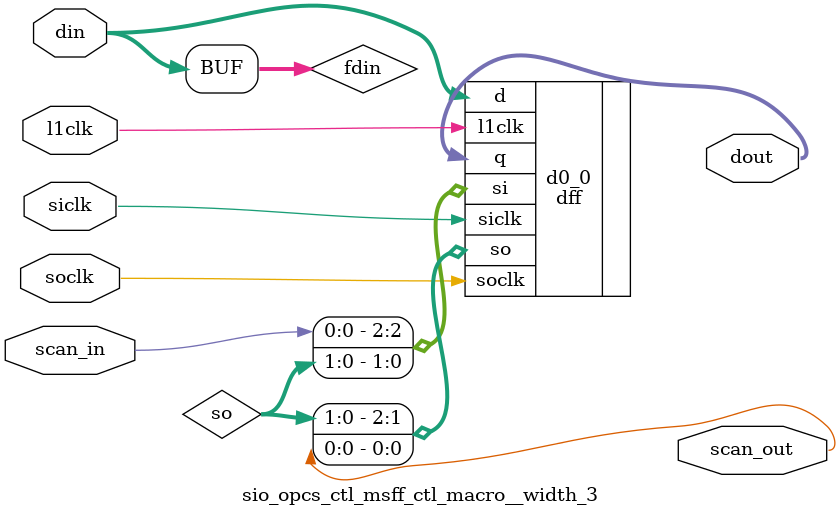
<source format=v>
module sio_opcs_ctl (
  iol2clk, 
  ncu_sio_ctag_cei, 
  ncu_sio_ctag_uei, 
  sibling_is_elder_flag, 
  sibling_ncu_ctag_ue, 
  sibling_ncu_ctag_ce, 
  sibling_ncu_d_pe, 
  opcs_ncu_ctag_ue, 
  opcs_ncu_ctag_ce, 
  opcs_ncu_d_pe, 
  opcs_new_opdhqx1, 
  opcs_new_opdhqx0, 
  opcc_opcs_opddqx0_wr_addr, 
  opcc_opcs_opddqx1_wr_addr, 
  opcc_opcs_opdhqx_wr_addr, 
  opdhqx_dout, 
  parity_result, 
  opcs_packet_flowmode_vld, 
  opcs_packet_ack_in, 
  tcu_scan_en, 
  scan_in, 
  tcu_aclk, 
  tcu_bclk, 
  tcu_pce_ov, 
  tcu_clk_stop, 
  tcu_dbr_gateoff, 
  opcs_opcc_opdhqx_rd_addr, 
  opcs_packet_req, 
  opcs_packet_datareq, 
  opcs_opddqx0_rd_addr, 
  opcs_opddqx1_rd_addr, 
  opcs_opdhqx_rd_addr, 
  opcs_opddqx0_rd_en, 
  opcs_opddqx1_rd_en, 
  opcs_opdhqx_rd_en, 
  opcs_opds_reloadhdr, 
  opcs_opds_selhdr, 
  scan_out);
wire se;
wire siclk;
wire soclk;
wire pce_ov;
wire stop;
wire l1clk;
wire spares_scanin;
wire spares_scanout;
wire sio_ext_hdr_vld_l;
wire arc_start_hdr;
wire arc_start_hdrpayld;
wire arc_data4_hdr;
wire arc_data4_hdrpayld;
wire arc_hdr_hdr;
wire arc_hdr_hdrpayld;
wire sio_ext_hdr_vld_r;
wire sio_ext_datareq_l;
wire [4:0] opcs_opdhqx_rd_addr_l;
wire [4:0] opcs_opdhqx_rd_addr_r;
wire [6:0] opcs_opddqx0_rd_addr_l;
wire [6:0] opcs_opddqx1_rd_addr_l;
wire data_inc;
wire [6:0] opcs_opddqx0_rd_addr_r;
wire hqempty;
wire data_phase_en;
wire [5:0] cmd;
wire opdhq_e_bit;
wire opcs_opds_ue;
wire [5:0] hqctageccout;
wire [15:0] hqtagout;
wire myctag_ue;
wire hdr_cycle;
wire data_cycle;
wire [7:0] cstate;
wire myctag_ce;
wire myd_pe;
wire ncu_ctag_ue_l;
wire ncu_ctag_ce_l;
wire ncu_d_pe_l;
wire [5:0] c;
wire [15:0] id;
wire opdhqx_ue_bit;
wire [4:0] opcs_opcc_opdhqx_rd_addr_l;
wire opdhqx_r_bit;
wire valid;
wire hq_almost_empty;
wire del_hq_almost;
wire pqempty;
wire [6:0] opddqx0_wr_addr;
wire [6:0] opddqx1_wr_addr;
wire [6:0] opcs_opddqx1_rd_addr_r;
wire [4:0] opdhqx_wr_addr;
wire hq_almost_empty_r;
wire arc_data3_data4;
wire go;
wire dq;
wire [2:0] crd_cnt_r;
wire [2:0] crd_cnt_l;
wire [1:0] op;
wire inc;
wire [7:0] nstate;
wire [7:0] cstate_r;
wire valid_r;
wire arc_hdr_no_c;
wire reg_cstate_scanin;
wire reg_cstate_scanout;
wire reg_packet_req_scanin;
wire reg_packet_req_scanout;
wire reg_packet_datareq_scanin;
wire reg_packet_datareq_scanout;
wire reg_opddqx0_rd_addr_scanin;
wire reg_opddqx0_rd_addr_scanout;
wire reg_opddqx1_rd_addr_scanin;
wire reg_opddqx1_rd_addr_scanout;
wire reg_opdhqx_rd_addr_scanin;
wire reg_opdhqx_rd_addr_scanout;
wire reg_opcs_opcc_opdhqx_rd_addr_scanin;
wire reg_opcs_opcc_opdhqx_rd_addr_scanout;
wire reg_crd_cnt_scanin;
wire reg_crd_cnt_scanout;
wire reg_opdhqx_wr_addr_scanin;
wire reg_opdhqx_wr_addr_scanout;
wire reg_opddqx0_wr_addr_scanin;
wire reg_opddqx0_wr_addr_scanout;
wire reg_opddqx1_wr_addr_scanin;
wire reg_opddqx1_wr_addr_scanout;
wire reg_valid_scanin;
wire reg_valid_scanout;
wire reg_opdhqx_ue_bit_scanin;
wire reg_opdhqx_ue_bit_scanout;
wire opdhqx_ue_bit_r;
wire reg_hq_almost_r_scanin;
wire reg_hq_almost_r_scanout;
wire reg_ncu_ctag_ue_scanin;
wire reg_ncu_ctag_ue_scanout;
wire reg_ncu_ctag_ce_scanin;
wire reg_ncu_ctag_ce_scanout;
wire reg_ncu_d_pe_scanin;
wire reg_ncu_d_pe_scanout;


   input          iol2clk; // IO level 2 clock

   // THESE SETS OF SIGNALS ARE FOR RAS -- TO NCU
   input 	  ncu_sio_ctag_cei;
   input 	  ncu_sio_ctag_uei;
   
   // sibling opcs signals used only if sibling_is_elder_flag is FALSE for dmu=0, niu=1
   input 	  sibling_is_elder_flag;
   input 	  sibling_ncu_ctag_ue;     // input from sibling opcs
   input 	  sibling_ncu_ctag_ce;     // input from sibling opcs
   input 	  sibling_ncu_d_pe;        // input from sibling opcs

   output 	  opcs_ncu_ctag_ue;
   output 	  opcs_ncu_ctag_ce;
   output 	  opcs_ncu_d_pe;

   output [63:0]   opcs_new_opdhqx1; // dataq -- valid on 
   output [63:0]   opcs_new_opdhqx0; // dataq -- valid on 

   // THE ABOVE SETS OF SIGNALS ARE FOR RAS -- TO NCU
   input [6:0] 	  opcc_opcs_opddqx0_wr_addr; // dataq -- cmp domain synced, gray-coded + 1 bit
   input [6:0] 	  opcc_opcs_opddqx1_wr_addr; // dataq -- cmp domain synced, gray-coded + 1 bit 
   input [4:0] 	  opcc_opcs_opdhqx_wr_addr; // hdrq -- cmp domain synced, gray-coded + 1 bit 
   input [31:0]	  opdhqx_dout;
   input [7:0]    parity_result;
   input 	  opcs_packet_flowmode_vld; // 1 = flow control mode is active - should be a static signal
   input          opcs_packet_ack_in; // if flowmode_vld=1, if count_vld, this is a release of a credit, otherwise, this means stop

   //TCU related signals
   input 	  tcu_scan_en;
   input 	  scan_in;
   input 	  tcu_aclk;
   input 	  tcu_bclk; 
   input 	  tcu_pce_ov;
   input 	  tcu_clk_stop;
   input 	  tcu_dbr_gateoff;

   output [4:0]   opcs_opcc_opdhqx_rd_addr; 	// hdrq -- io domain, gray-coded + 1 bit, valid on 
   output 	  opcs_packet_req;		// SIO requesting to send packet to IO
   output 	  opcs_packet_datareq;		// SIO requesting to send packet w/data to IO
   output [5:0]   opcs_opddqx0_rd_addr; // dataq -- valid on 
   output [5:0]   opcs_opddqx1_rd_addr; // dataq -- valid on 
   output [3:0]   opcs_opdhqx_rd_addr; // hdrq -- valid on 
   output 	  opcs_opddqx0_rd_en; // dataq -- valid on 
   output 	  opcs_opddqx1_rd_en; // dataq -- valid on 
   output 	  opcs_opdhqx_rd_en; // hdrq -- valid on 
   output 	  opcs_opds_reloadhdr;		// recircular the header
   output 	  opcs_opds_selhdr;		// select header and data
   output 	  scan_out;

   reg [7:0]      nstate_r;
   reg [5:0]	  e;
   reg [5:0]	  p;
   reg [15:0]	  newid;
   reg [5:0]	  new_c;

   ///////////////////////////////////////
   // Scan chain connections            
   ///////////////////////////////////////
   // scan renames
   assign 	  se = tcu_scan_en;
   assign 	  siclk = tcu_aclk;
   assign 	  soclk = tcu_bclk;
   assign 	  pce_ov = tcu_pce_ov;
   assign 	  stop = tcu_clk_stop;
   // end scan

   sio_opcs_ctl_l1clkhdr_ctl_macro clkgen (
			      .l2clk  (iol2clk                  ),
			      .l1en   (1'b1                 ),
			      .l1clk  (l1clk                ),
  .pce_ov(pce_ov),
  .stop(stop),
  .se(se)
			      );
   // Spare gate
   sio_opcs_ctl_spare_ctl_macro__num_2 spares  (
	.scan_in(spares_scanin),
	.scan_out(spares_scanout),
	.l1clk	(l1clk),
  .siclk(siclk),
  .soclk(soclk)
   );

//************************************************************************
// STATE DEFINITION
//************************************************************************

`define         START_ST                8'b00000001
`define         HDR_ST                  8'b00000010
`define         HDR_PAYLD_ST            8'b00000100
`define         DATA1_ST                8'b00001000
`define         DATA2_ST                8'b00010000
`define         DATA3_ST                8'b00100000
`define         DATA4_ST                8'b01000000
`define         NO_C_ST                 8'b10000000

`define         START                   0
`define         HDR                     1
`define         HDR_PAYLD               2
`define         DATA1                   3
`define         DATA2                   4
`define         DATA3                   5
`define         DATA4                   6
`define         NO_C                    7

//************************************************************************
//                              OUTPUT LOGICS
//************************************************************************
assign  sio_ext_hdr_vld_l = arc_start_hdr || arc_start_hdrpayld || arc_data4_hdr ||
			  arc_data4_hdrpayld || arc_hdr_hdr || arc_hdr_hdrpayld  ;	 

assign	opcs_packet_req =  sio_ext_hdr_vld_r & ~tcu_dbr_gateoff;

assign  sio_ext_datareq_l = arc_start_hdrpayld || arc_hdr_hdrpayld || 
                            arc_data4_hdrpayld;

assign  opcs_opdhqx_rd_addr[3:0] = opcs_opdhqx_rd_addr_l[3:0];
assign  opcs_opdhqx_rd_addr_l[4:0] = sio_ext_hdr_vld_l ?

				     (opcs_opdhqx_rd_addr_r[4:0] + 5'h1) :
				      opcs_opdhqx_rd_addr_r[4:0];
				     
assign opcs_opddqx0_rd_addr[5:0] =  opcs_opddqx0_rd_addr_l[5:0];
assign opcs_opddqx1_rd_addr[5:0] =  opcs_opddqx1_rd_addr_l[5:0];

assign  opcs_opddqx0_rd_addr_l[6:0] = data_inc ?
				(opcs_opddqx0_rd_addr_r[6:0] + 7'h01 ) :
				opcs_opddqx0_rd_addr_r[6:0]; 
assign  opcs_opddqx1_rd_addr_l[6:0] = opcs_opddqx0_rd_addr_l[6:0]; 

assign opcs_opdhqx_rd_en  = ~(hqempty);
//assign  opcs_opdhqx_rd_en  = 1'b1; 
//assign  opcs_opdhqx_rd_en  = valid ; 
assign  opcs_opddqx0_rd_en = data_phase_en; 
assign  opcs_opddqx1_rd_en = data_phase_en; 

//assign opcs_new_opdhqx1[63:0] = {2'b00, hqctageccout[5:0], {56{1'b0}}};
//assign opcs_new_opdhqx0[63:0] = {cmd[5:0], {39{1'b0}}, 1'b0, opdhq_e_bit, opcs_opds_ue, hqtagout[15:0]};

assign opcs_new_opdhqx1[63:0] = {2'b00, new_c[5:0], {56{1'b0}}};
assign opcs_new_opdhqx0[63:0] = {cmd[5:0], {39{1'b0}}, 1'b0, opdhq_e_bit, opcs_opds_ue, newid[15:0]};

//assign out_ctag_ue 	= opcs_ncu_ctag_ue; 
//assign out_ctag_ce 	= opcs_ncu_ctag_ce; 
//assign out_d_pe 	= opcs_ncu_d_pe; 

//--------------------------------------------------------
//  New Header generation
//--------------------------------------------------------

assign hqctageccout[5:0] 	= opdhqx_dout[25:20];
assign cmd[5:0] 		= {2'b10, opdhqx_dout[17], 3'b010};
assign hqtagout[15:0] 		= ncu_sio_ctag_cei ? {opdhqx_dout[15:1], ~opdhqx_dout[0]} : 
				  ncu_sio_ctag_uei ? {opdhqx_dout[15:2], ~opdhqx_dout[1], ~opdhqx_dout[0]} :
					opdhqx_dout[15:0];
assign opdhq_e_bit 		= opdhqx_dout[19] || myctag_ue ;

//--------------------------------------------------------
//  			RAS 
//--------------------------------------------------------

assign  hdr_cycle = arc_hdr_hdr ||  arc_start_hdr || arc_start_hdrpayld ||
		    arc_hdr_hdrpayld || arc_data4_hdr || arc_data4_hdrpayld;

assign  data_cycle = cstate[`HDR_PAYLD] || cstate[`DATA1] || cstate[`DATA2] || cstate[`DATA3] ;
		    
assign  myctag_ue = |e[4:0] && (~e[5] || (e[4:0] > 5'd21)) && hdr_cycle && ~opdhqx_dout[19];
assign  myctag_ce = (e[4:0] <= 5'd21) && e[5] && hdr_cycle && ~opdhqx_dout[19] ;
assign  myd_pe = (|parity_result[7:0]) && data_cycle; 

assign  ncu_ctag_ue_l = myctag_ue ||  (sibling_ncu_ctag_ue && ~sibling_is_elder_flag );
assign  ncu_ctag_ce_l = myctag_ce || (sibling_ncu_ctag_ce && ~sibling_is_elder_flag );
assign  ncu_d_pe_l    = myd_pe    || (sibling_ncu_d_pe && ~sibling_is_elder_flag );



//----------------------------------------
// CTAG ERROR CORRECTION AND CHECKING
//----------------------------------------
assign  c[5:0]  = hqctageccout[5:0];
assign id[15:0]	= hqtagout[15:0];

always @ ( id[15:0] or c[5:0] )
  begin

        p[0]    = id[0] ^ id[1] ^ id[3] ^ id[4] ^ id[6] ^ id[8] ^ id[10] ^ id[11] ^id[13] ^ id[15];
        p[1]    = id[0] ^ id[2] ^ id[3] ^ id[5] ^ id[6] ^ id[9] ^ id[10] ^ id[12] ^id[13] ;
        p[2]    = id[1] ^ id[2] ^ id[3] ^ id[7] ^ id[8] ^ id[9] ^ id[10] ^ id[14] ^id[15] ;
        p[3]    = id[4] ^ id[5] ^ id[6] ^ id[7] ^ id[8] ^ id[9] ^ id[10] ;
        p[4]    = id[11] ^ id[12] ^ id[13] ^ id[14] ^ id[15] ;
        p[5]    = id[0] ^ id[1] ^ id[2] ^ id[3] ^ id[4] ^ id[5] ^ id[6] ^ id[7] ^ id[8] ^ id[9] ^
                  id[10] ^ id[11] ^ id[12] ^ id[13] ^ id[14] ^id[15] ^ c[0] ^ c[1] ^ c[2] ^ c[3] ^ c[4];

        e[0]    = p[0] ^ c[0];
        e[1]    = p[1] ^ c[1];
        e[2]    = p[2] ^ c[2];
        e[3]    = p[3] ^ c[3];
        e[4]    = p[4] ^ c[4];
        e[5]    = p[5] ^ c[5];

        new_c[5:0]  = c[5:0];
        newid[15:0] = id[15:0];

     if (e[5])
     begin
     case (e[4:0])              //synopsys parallel_case
        5'b00000        : new_c[5] = ~c[5];
        5'b00001        : new_c[0] = ~c[0];
        5'b00010        : new_c[1] = ~c[1];
        5'b00011        : newid[0] = ~id[0];
        5'b00100        : new_c[2] = ~c[2];
        5'b00101        : newid[1] = ~id[1];
        5'b00110        : newid[2] = ~id[2];
        5'b00111        : newid[3] = ~id[3];
        5'b01000        : new_c[3] = ~c[3];
        5'b01001        : newid[4] = ~id[4];
        5'b01010        : newid[5] = ~id[5];
        5'b01011        : newid[6] = ~id[6];
        5'b01100        : newid[7] = ~id[7];
        5'b01101        : newid[8] = ~id[8];
        5'b01110        : newid[9] = ~id[9];
        5'b01111        : newid[10] = ~id[10];
        5'b10000        : new_c[4] = ~c[4];
        5'b10001        : newid[11] = ~id[11];
        5'b10010        : newid[12] = ~id[12];
        5'b10011        : newid[13] = ~id[13];
        5'b10100        : newid[14] = ~id[14];
        5'b10101        : newid[15] = ~id[15];
        default         : ;
     endcase
     end

  end


assign	opcs_opds_ue 	=  opdhqx_ue_bit;
assign  opcs_opcc_opdhqx_rd_addr_l[4:0] =  opcs_packet_req ? opcs_opdhqx_rd_addr_r[4:0] - 5'h01 
						: opcs_opcc_opdhqx_rd_addr[4:0];
assign  opcs_opds_reloadhdr = 1'b0 ;          		// recircular the header ???
assign  opcs_opds_selhdr= sio_ext_hdr_vld_l;

//************************************************************************
//                      INTERNAL LOCIGS 
//************************************************************************
assign	opdhqx_r_bit		= opdhqx_dout[17];
assign	opdhqx_ue_bit		= opdhqx_dout[16];
assign	valid		   	= ~((hq_almost_empty && del_hq_almost) || hqempty)  &&  ~(opdhqx_r_bit && pqempty );
assign  pqempty 		= (opddqx0_wr_addr[6:2] == opcs_opddqx0_rd_addr_r[6:2]) ||
                           	  (opddqx1_wr_addr[6:2] == opcs_opddqx1_rd_addr_r[6:2]);
assign  hqempty                 = (opdhqx_wr_addr[4:0] == opcs_opdhqx_rd_addr_r[4:0]);
assign  hq_almost_empty		= ((opdhqx_wr_addr[4:0] - opcs_opdhqx_rd_addr_r[4:0]) == 5'b01) ||
				  ((opcs_opdhqx_rd_addr_r[4:0] - opdhqx_wr_addr[4:0]) == 5'b01);
assign  del_hq_almost		= hq_almost_empty_r && ~hqempty && ~hq_almost_empty;

// same cycle as header, since the data memory come out 1 cycle late
assign  data_inc		=  arc_start_hdrpayld || arc_hdr_hdrpayld || 
				  arc_data4_hdrpayld ||			   
//				  (cstate[`NO_C] && go &&  opdhqx_r_bit) ||
				  cstate[`HDR_PAYLD] || cstate[`DATA1] || cstate[`DATA2]; 

assign  data_phase_en		= (cstate[`START] && valid )  ||
				   arc_start_hdrpayld || 
				  (arc_data3_data4 && opdhqx_r_bit)  ||    //rd-rd 
				   cstate[`DATA4] || cstate[`HDR]     ||   //rd-rd, rd_wr_rd, rd_i_rd
				   arc_hdr_hdrpayld ||    		  //rd-wr-rd, rd at previous 1s rd d4
				  (cstate[`NO_C]  &&  opdhqx_r_bit) ||
				  cstate[`HDR_PAYLD] || cstate[`DATA1] ; 

assign  go 		   	= dq || ~crd_cnt_r[2] || ~opcs_packet_flowmode_vld ; 
//assign  almost_not_go 		=  crd_cnt_l[2] && ~dq; 
assign  crd_cnt_l[2:0]	   	= (op[1:0] == 2'b10) ? crd_cnt_r[2:0] + 3'b001 :
			     	  (op[1:0] == 2'b01) && (| crd_cnt_r[2:0])? 
				  (crd_cnt_r[2:0] - 3'b001) :
			     	  crd_cnt_r[2:0];
assign  op[1:0]		   	= {inc,dq};
assign  inc		   	= sio_ext_hdr_vld_l;
assign  dq		   	= opcs_packet_ack_in;


//************************************************************************
//                      STATE TRANSITION SECTION
//************************************************************************
//0in one_hot -var cstate[7:0]
//0in one_hot -var nstate_r[7:0]

assign  nstate[7:0] 		= {nstate_r[7:1], ~nstate_r[0]};
assign  cstate[7:0] 		= {cstate_r[7:1], ~cstate_r[0]};

//valid_r is the slower version of valid, so that is enough time to read data fr.
//memory before transition to various header state
assign  arc_start_hdr           = cstate[`START] && ~opdhqx_r_bit && go && 
				   ~((hq_almost_empty && del_hq_almost)|| hqempty) ; 
assign  arc_start_hdrpayld      = cstate[`START] && opdhqx_r_bit && valid_r && go  ; 
assign  arc_hdr_hdrpayld        = cstate[`HDR]   && opdhqx_r_bit && valid_r && ~pqempty && go ; 
assign  arc_hdr_hdr             = cstate[`HDR]   && ~opdhqx_r_bit && 
				  ~((hq_almost_empty && del_hq_almost) || hqempty)  && go ;
assign  arc_data3_data4         = cstate[`DATA3] ;
assign  arc_data4_hdr           = cstate[`DATA4] && ~opdhqx_r_bit && 
				  ~((hq_almost_empty && del_hq_almost) || hqempty)  && go ; 
assign  arc_data4_hdrpayld      = cstate[`DATA4] && opdhqx_r_bit && valid_r && go;
assign  arc_hdr_no_c		= cstate[`HDR]   && ~go && opdhqx_r_bit && ~hqempty ;

always @ (arc_start_hdr   or    arc_start_hdrpayld      or arc_hdr_hdrpayld     or
          arc_hdr_hdr     or    arc_data4_hdr           or arc_data4_hdrpayld   or 
	  arc_hdr_no_c	  or    cstate)

        begin
        case (1'b1)                     //synopsys parallel_case full_case
                cstate[`START]  : if (arc_start_hdr)
                                        nstate_r = `HDR_ST;
                                  else if (arc_start_hdrpayld)
                                        nstate_r = `HDR_PAYLD_ST;
                                  else
                                        nstate_r = `START_ST;
                cstate[`HDR]    : if (arc_hdr_hdrpayld)
                                        nstate_r = `HDR_PAYLD_ST;
                                  else if (arc_hdr_hdr)
                                        nstate_r = `HDR_ST;
                                  else if (arc_hdr_no_c)
                                        nstate_r = `NO_C_ST;
				  else
                                        nstate_r = `START_ST;
		cstate[`NO_C]   :    	nstate_r = `START_ST;

                cstate[`HDR_PAYLD] : 
                                        nstate_r = `DATA1_ST;
                cstate[`DATA1]  : 
                                        nstate_r = `DATA2_ST;
                                 
                cstate[`DATA2]  : 
                                        nstate_r = `DATA3_ST;
                cstate[`DATA3]  : 
                                        nstate_r = `DATA4_ST;
                cstate[`DATA4]  : if (arc_data4_hdr)
                                        nstate_r = `HDR_ST;
                                  else if (arc_data4_hdrpayld)
                                        nstate_r = `HDR_PAYLD_ST;
                                  else
                                        nstate_r = `START_ST;
                default         : begin
                                  // 0in < fire -message "ERROR : sio_opcs state machine default case"
                                        nstate_r = `START_ST;
                                  end
        endcase
        end

//--------------------------------------------------------------------------------------
//************************************************************************
//                              REGISTERS section
//************************************************************************

sio_opcs_ctl_msff_ctl_macro__width_8 reg_cstate  // ASYNC reset active low
                                (
                                        .scan_in(reg_cstate_scanin),
                                        .scan_out(reg_cstate_scanout),
                                        .dout(cstate_r[7:0]),
                                        .l1clk(l1clk),
                                        .din(nstate[7:0]),
  .siclk(siclk),
  .soclk(soclk)
                                        );

sio_opcs_ctl_msff_ctl_macro__width_1 reg_packet_req  // ASYNC reset active low
                                (
                                        .scan_in(reg_packet_req_scanin),
                                        .scan_out(reg_packet_req_scanout),
                                        .dout(sio_ext_hdr_vld_r),
                                        .l1clk(l1clk),
                                        .din(sio_ext_hdr_vld_l),
  .siclk(siclk),
  .soclk(soclk)
                                        );

sio_opcs_ctl_msff_ctl_macro__width_1 reg_packet_datareq  // ASYNC reset active low
                                (
                                        .scan_in(reg_packet_datareq_scanin),
                                        .scan_out(reg_packet_datareq_scanout),
                                        .dout(opcs_packet_datareq),
                                        .l1clk(l1clk),
                                        .din(sio_ext_datareq_l),
  .siclk(siclk),
  .soclk(soclk)
                                        );

sio_opcs_ctl_msff_ctl_macro__width_7 reg_opddqx0_rd_addr  // ASYNC reset active low
                                (
                                        .scan_in(reg_opddqx0_rd_addr_scanin),
                                        .scan_out(reg_opddqx0_rd_addr_scanout),
                                        .dout(opcs_opddqx0_rd_addr_r[6:0]),
                                        .l1clk(l1clk),
                                        .din(opcs_opddqx0_rd_addr_l[6:0]),
  .siclk(siclk),
  .soclk(soclk)
                                        );

sio_opcs_ctl_msff_ctl_macro__width_7 reg_opddqx1_rd_addr  // ASYNC reset active low
                                (
                                        .scan_in(reg_opddqx1_rd_addr_scanin),
                                        .scan_out(reg_opddqx1_rd_addr_scanout),
                                        .dout(opcs_opddqx1_rd_addr_r[6:0]),
                                        .l1clk(l1clk),
                                        .din(opcs_opddqx1_rd_addr_l[6:0]),
  .siclk(siclk),
  .soclk(soclk)
                                        );

sio_opcs_ctl_msff_ctl_macro__width_5 reg_opdhqx_rd_addr  // ASYNC reset active low
                                (
                                        .scan_in(reg_opdhqx_rd_addr_scanin),
                                        .scan_out(reg_opdhqx_rd_addr_scanout),
                                        .dout(opcs_opdhqx_rd_addr_r[4:0]),
                                        .l1clk(l1clk),
                                        .din(opcs_opdhqx_rd_addr_l[4:0]),
  .siclk(siclk),
  .soclk(soclk)
                                        );

sio_opcs_ctl_msff_ctl_macro__width_5 reg_opcs_opcc_opdhqx_rd_addr  // ASYNC reset active low
                                (
                                        .scan_in(reg_opcs_opcc_opdhqx_rd_addr_scanin),
                                        .scan_out(reg_opcs_opcc_opdhqx_rd_addr_scanout),
                                        .dout(opcs_opcc_opdhqx_rd_addr[4:0]),
                                        .l1clk(l1clk),
                                        .din(opcs_opcc_opdhqx_rd_addr_l[4:0]),
  .siclk(siclk),
  .soclk(soclk)
                                        );

//msff_ctl_macro reg_opddqx0_rd_en (width=1) // ASYNC reset active low
//                                (
//                                        .scan_in(reg_opddqx0_rd_en_scanin),
//                                        .scan_out(reg_opddqx0_rd_en_scanout),
//                                        .dout(opcs_opddqx0_rd_en),
//                                        .l1clk(l1clk),
//                                        .din(opcs_opddqx0_rd_en_l),
//                                        );

//msff_ctl_macro reg_opddqx1_rd_en (width=1) // ASYNC reset active low
//                                (
//                                        .scan_in(reg_opddqx1_rd_en_scanin),
//                                        .scan_out(reg_opddqx1_rd_en_scanout),
//                                        .dout(opcs_opddqx1_rd_en),
//                                        .l1clk(l1clk),
//                                        .din(opcs_opddqx1_rd_en_l),
//                                        );

//msff_ctl_macro reg_opdhqx_rd_en (width=1) // ASYNC reset active low
//                                (
//                                        .scan_in(reg_opdhqx_rd_en_scanin),
//                                        .scan_out(reg_opdhqx_rd_en_scanout),
//                                        .dout(opcs_opdhqx_rd_en),
//                                        .l1clk(l1clk),
//                                        .din(opcs_opdhqx_rd_en_l),
//                                        );

sio_opcs_ctl_msff_ctl_macro__width_3 reg_crd_cnt  // ASYNC reset active low
                                (
                                        .scan_in(reg_crd_cnt_scanin),
                                        .scan_out(reg_crd_cnt_scanout),
                                        .dout(crd_cnt_r[2:0]),
                                        .l1clk(l1clk),
                                        .din(crd_cnt_l[2:0]),
  .siclk(siclk),
  .soclk(soclk)
                                        );

sio_opcs_ctl_msff_ctl_macro__width_5 reg_opdhqx_wr_addr  // ASYNC reset active low
                                (
                                        .scan_in(reg_opdhqx_wr_addr_scanin),
                                        .scan_out(reg_opdhqx_wr_addr_scanout),
                                        .dout(opdhqx_wr_addr[4:0]),
                                        .l1clk(l1clk),
                                        .din(opcc_opcs_opdhqx_wr_addr[4:0]),
  .siclk(siclk),
  .soclk(soclk)
                                        );

sio_opcs_ctl_msff_ctl_macro__width_7 reg_opddqx0_wr_addr  // ASYNC reset active low
                                (
                                        .scan_in(reg_opddqx0_wr_addr_scanin),
                                        .scan_out(reg_opddqx0_wr_addr_scanout),
                                        .dout(opddqx0_wr_addr[6:0]),
                                        .l1clk(l1clk),
                                        .din(opcc_opcs_opddqx0_wr_addr[6:0]),
  .siclk(siclk),
  .soclk(soclk)
                                        );

sio_opcs_ctl_msff_ctl_macro__width_7 reg_opddqx1_wr_addr  // ASYNC reset active low
                                (
                                        .scan_in(reg_opddqx1_wr_addr_scanin),
                                        .scan_out(reg_opddqx1_wr_addr_scanout),
                                        .dout(opddqx1_wr_addr[6:0]),
                                        .l1clk(l1clk),
                                        .din(opcc_opcs_opddqx1_wr_addr[6:0]),
  .siclk(siclk),
  .soclk(soclk)
                                        );

sio_opcs_ctl_msff_ctl_macro__width_1 reg_valid  // ASYNC reset active low
                                (
                                        .scan_in(reg_valid_scanin),
                                        .scan_out(reg_valid_scanout),
                                        .dout(valid_r),
                                        .l1clk(l1clk),
                                        .din(valid),
  .siclk(siclk),
  .soclk(soclk)
                                        );

sio_opcs_ctl_msff_ctl_macro__width_1 reg_opdhqx_ue_bit  // ASYNC reset active low
                                (
                                        .scan_in(reg_opdhqx_ue_bit_scanin),
                                        .scan_out(reg_opdhqx_ue_bit_scanout),
                                        .dout(opdhqx_ue_bit_r),
                                        .l1clk(l1clk),
                                        .din(opdhqx_ue_bit),
  .siclk(siclk),
  .soclk(soclk)
                                        );


sio_opcs_ctl_msff_ctl_macro__width_1 reg_hq_almost_r  // ASYNC reset active low
                                (
                                        .scan_in(reg_hq_almost_r_scanin),
                                        .scan_out(reg_hq_almost_r_scanout),
                                        .dout(hq_almost_empty_r),
                                        .l1clk(l1clk),
                                        .din(hq_almost_empty),
  .siclk(siclk),
  .soclk(soclk)
                                        );

sio_opcs_ctl_msff_ctl_macro__width_1 reg_ncu_ctag_ue  // ASYNC reset active low
                                (
                                        .scan_in(reg_ncu_ctag_ue_scanin),
                                        .scan_out(reg_ncu_ctag_ue_scanout),
                                        .dout(opcs_ncu_ctag_ue),
                                        .l1clk(l1clk),
                                        .din(ncu_ctag_ue_l),
  .siclk(siclk),
  .soclk(soclk)
                                        );

sio_opcs_ctl_msff_ctl_macro__width_1 reg_ncu_ctag_ce  // ASYNC reset active low
                                (
                                        .scan_in(reg_ncu_ctag_ce_scanin),
                                        .scan_out(reg_ncu_ctag_ce_scanout),
                                        .dout(opcs_ncu_ctag_ce),
                                        .l1clk(l1clk),
                                        .din(ncu_ctag_ce_l),
  .siclk(siclk),
  .soclk(soclk)
                                        );

sio_opcs_ctl_msff_ctl_macro__width_1 reg_ncu_d_pe  // ASYNC reset active low
                                (
                                        .scan_in(reg_ncu_d_pe_scanin),
                                        .scan_out(reg_ncu_d_pe_scanout),
                                        .dout(opcs_ncu_d_pe),
                                        .l1clk(l1clk),
                                        .din(ncu_d_pe_l),
  .siclk(siclk),
  .soclk(soclk)
                                        );



// fixscan start:
assign spares_scanin             = scan_in                  ;
assign reg_cstate_scanin         = spares_scanout           ;
assign reg_packet_req_scanin     = reg_cstate_scanout       ;
assign reg_packet_datareq_scanin = reg_packet_req_scanout   ;
assign reg_opddqx0_rd_addr_scanin = reg_packet_datareq_scanout;
assign reg_opddqx1_rd_addr_scanin = reg_opddqx0_rd_addr_scanout;
assign reg_opdhqx_rd_addr_scanin = reg_opddqx1_rd_addr_scanout;
assign reg_opcs_opcc_opdhqx_rd_addr_scanin = reg_opdhqx_rd_addr_scanout;
assign reg_crd_cnt_scanin        = reg_opcs_opcc_opdhqx_rd_addr_scanout;
assign reg_opdhqx_wr_addr_scanin = reg_crd_cnt_scanout      ;
assign reg_opddqx0_wr_addr_scanin = reg_opdhqx_wr_addr_scanout;
assign reg_opddqx1_wr_addr_scanin = reg_opddqx0_wr_addr_scanout;
assign reg_valid_scanin          = reg_opddqx1_wr_addr_scanout;
assign reg_opdhqx_ue_bit_scanin  = reg_valid_scanout        ;
assign reg_hq_almost_r_scanin    = reg_opdhqx_ue_bit_scanout;
assign reg_ncu_ctag_ue_scanin    = reg_hq_almost_r_scanout  ;
assign reg_ncu_ctag_ce_scanin    = reg_ncu_ctag_ue_scanout  ;
assign reg_ncu_d_pe_scanin       = reg_ncu_ctag_ce_scanout  ;
assign scan_out                  = reg_ncu_d_pe_scanout     ;
// fixscan end:
endmodule // sio_opcs_ctl







// any PARAMS parms go into naming of macro

module sio_opcs_ctl_l1clkhdr_ctl_macro (
  l2clk, 
  l1en, 
  pce_ov, 
  stop, 
  se, 
  l1clk);


  input l2clk;
  input l1en;
  input pce_ov;
  input stop;
  input se;
  output l1clk;



 

cl_sc1_l1hdr_8x c_0 (


   .l2clk(l2clk),
   .pce(l1en),
   .l1clk(l1clk),
  .se(se),
  .pce_ov(pce_ov),
  .stop(stop)
);



endmodule









//  Description:        Spare gate macro for control blocks
//
//  Param num controls the number of times the macro is added
//  flops=0 can be used to use only combination spare logic


module sio_opcs_ctl_spare_ctl_macro__num_2 (
  l1clk, 
  scan_in, 
  siclk, 
  soclk, 
  scan_out);
wire si_0;
wire so_0;
wire spare0_flop_unused;
wire spare0_buf_32x_unused;
wire spare0_nand3_8x_unused;
wire spare0_inv_8x_unused;
wire spare0_aoi22_4x_unused;
wire spare0_buf_8x_unused;
wire spare0_oai22_4x_unused;
wire spare0_inv_16x_unused;
wire spare0_nand2_16x_unused;
wire spare0_nor3_4x_unused;
wire spare0_nand2_8x_unused;
wire spare0_buf_16x_unused;
wire spare0_nor2_16x_unused;
wire spare0_inv_32x_unused;
wire si_1;
wire so_1;
wire spare1_flop_unused;
wire spare1_buf_32x_unused;
wire spare1_nand3_8x_unused;
wire spare1_inv_8x_unused;
wire spare1_aoi22_4x_unused;
wire spare1_buf_8x_unused;
wire spare1_oai22_4x_unused;
wire spare1_inv_16x_unused;
wire spare1_nand2_16x_unused;
wire spare1_nor3_4x_unused;
wire spare1_nand2_8x_unused;
wire spare1_buf_16x_unused;
wire spare1_nor2_16x_unused;
wire spare1_inv_32x_unused;


input		l1clk;
input		scan_in;
input		siclk;
input		soclk;
output		scan_out;

cl_sc1_msff_8x spare0_flop (.l1clk(l1clk),
                               .siclk(siclk),
                               .soclk(soclk),
                               .si(si_0),
                               .so(so_0),
                               .d(1'b0),
                               .q(spare0_flop_unused));
assign si_0 = scan_in;

cl_u1_buf_32x   spare0_buf_32x (.in(1'b1),
                                   .out(spare0_buf_32x_unused));
cl_u1_nand3_8x spare0_nand3_8x (.in0(1'b1),
                                   .in1(1'b1),
                                   .in2(1'b1),
                                   .out(spare0_nand3_8x_unused));
cl_u1_inv_8x    spare0_inv_8x (.in(1'b1),
                                  .out(spare0_inv_8x_unused));
cl_u1_aoi22_4x spare0_aoi22_4x (.in00(1'b1),
                                   .in01(1'b1),
                                   .in10(1'b1),
                                   .in11(1'b1),
                                   .out(spare0_aoi22_4x_unused));
cl_u1_buf_8x    spare0_buf_8x (.in(1'b1),
                                  .out(spare0_buf_8x_unused));
cl_u1_oai22_4x spare0_oai22_4x (.in00(1'b1),
                                   .in01(1'b1),
                                   .in10(1'b1),
                                   .in11(1'b1),
                                   .out(spare0_oai22_4x_unused));
cl_u1_inv_16x   spare0_inv_16x (.in(1'b1),
                                   .out(spare0_inv_16x_unused));
cl_u1_nand2_16x spare0_nand2_16x (.in0(1'b1),
                                     .in1(1'b1),
                                     .out(spare0_nand2_16x_unused));
cl_u1_nor3_4x spare0_nor3_4x (.in0(1'b0),
                                 .in1(1'b0),
                                 .in2(1'b0),
                                 .out(spare0_nor3_4x_unused));
cl_u1_nand2_8x spare0_nand2_8x (.in0(1'b1),
                                   .in1(1'b1),
                                   .out(spare0_nand2_8x_unused));
cl_u1_buf_16x   spare0_buf_16x (.in(1'b1),
                                   .out(spare0_buf_16x_unused));
cl_u1_nor2_16x spare0_nor2_16x (.in0(1'b0),
                                   .in1(1'b0),
                                   .out(spare0_nor2_16x_unused));
cl_u1_inv_32x   spare0_inv_32x (.in(1'b1),
                                   .out(spare0_inv_32x_unused));

cl_sc1_msff_8x spare1_flop (.l1clk(l1clk),
                               .siclk(siclk),
                               .soclk(soclk),
                               .si(si_1),
                               .so(so_1),
                               .d(1'b0),
                               .q(spare1_flop_unused));
assign si_1 = so_0;

cl_u1_buf_32x   spare1_buf_32x (.in(1'b1),
                                   .out(spare1_buf_32x_unused));
cl_u1_nand3_8x spare1_nand3_8x (.in0(1'b1),
                                   .in1(1'b1),
                                   .in2(1'b1),
                                   .out(spare1_nand3_8x_unused));
cl_u1_inv_8x    spare1_inv_8x (.in(1'b1),
                                  .out(spare1_inv_8x_unused));
cl_u1_aoi22_4x spare1_aoi22_4x (.in00(1'b1),
                                   .in01(1'b1),
                                   .in10(1'b1),
                                   .in11(1'b1),
                                   .out(spare1_aoi22_4x_unused));
cl_u1_buf_8x    spare1_buf_8x (.in(1'b1),
                                  .out(spare1_buf_8x_unused));
cl_u1_oai22_4x spare1_oai22_4x (.in00(1'b1),
                                   .in01(1'b1),
                                   .in10(1'b1),
                                   .in11(1'b1),
                                   .out(spare1_oai22_4x_unused));
cl_u1_inv_16x   spare1_inv_16x (.in(1'b1),
                                   .out(spare1_inv_16x_unused));
cl_u1_nand2_16x spare1_nand2_16x (.in0(1'b1),
                                     .in1(1'b1),
                                     .out(spare1_nand2_16x_unused));
cl_u1_nor3_4x spare1_nor3_4x (.in0(1'b0),
                                 .in1(1'b0),
                                 .in2(1'b0),
                                 .out(spare1_nor3_4x_unused));
cl_u1_nand2_8x spare1_nand2_8x (.in0(1'b1),
                                   .in1(1'b1),
                                   .out(spare1_nand2_8x_unused));
cl_u1_buf_16x   spare1_buf_16x (.in(1'b1),
                                   .out(spare1_buf_16x_unused));
cl_u1_nor2_16x spare1_nor2_16x (.in0(1'b0),
                                   .in1(1'b0),
                                   .out(spare1_nor2_16x_unused));
cl_u1_inv_32x   spare1_inv_32x (.in(1'b1),
                                   .out(spare1_inv_32x_unused));
assign scan_out = so_1;



endmodule






// any PARAMS parms go into naming of macro

module sio_opcs_ctl_msff_ctl_macro__width_8 (
  din, 
  l1clk, 
  scan_in, 
  siclk, 
  soclk, 
  dout, 
  scan_out);
wire [7:0] fdin;
wire [6:0] so;

  input [7:0] din;
  input l1clk;
  input scan_in;


  input siclk;
  input soclk;

  output [7:0] dout;
  output scan_out;
assign fdin[7:0] = din[7:0];






dff #(8)  d0_0 (
.l1clk(l1clk),
.siclk(siclk),
.soclk(soclk),
.d(fdin[7:0]),
.si({scan_in,so[6:0]}),
.so({so[6:0],scan_out}),
.q(dout[7:0])
);












endmodule













// any PARAMS parms go into naming of macro

module sio_opcs_ctl_msff_ctl_macro__width_1 (
  din, 
  l1clk, 
  scan_in, 
  siclk, 
  soclk, 
  dout, 
  scan_out);
wire [0:0] fdin;

  input [0:0] din;
  input l1clk;
  input scan_in;


  input siclk;
  input soclk;

  output [0:0] dout;
  output scan_out;
assign fdin[0:0] = din[0:0];






dff #(1)  d0_0 (
.l1clk(l1clk),
.siclk(siclk),
.soclk(soclk),
.d(fdin[0:0]),
.si(scan_in),
.so(scan_out),
.q(dout[0:0])
);












endmodule













// any PARAMS parms go into naming of macro

module sio_opcs_ctl_msff_ctl_macro__width_7 (
  din, 
  l1clk, 
  scan_in, 
  siclk, 
  soclk, 
  dout, 
  scan_out);
wire [6:0] fdin;
wire [5:0] so;

  input [6:0] din;
  input l1clk;
  input scan_in;


  input siclk;
  input soclk;

  output [6:0] dout;
  output scan_out;
assign fdin[6:0] = din[6:0];






dff #(7)  d0_0 (
.l1clk(l1clk),
.siclk(siclk),
.soclk(soclk),
.d(fdin[6:0]),
.si({scan_in,so[5:0]}),
.so({so[5:0],scan_out}),
.q(dout[6:0])
);












endmodule













// any PARAMS parms go into naming of macro

module sio_opcs_ctl_msff_ctl_macro__width_5 (
  din, 
  l1clk, 
  scan_in, 
  siclk, 
  soclk, 
  dout, 
  scan_out);
wire [4:0] fdin;
wire [3:0] so;

  input [4:0] din;
  input l1clk;
  input scan_in;


  input siclk;
  input soclk;

  output [4:0] dout;
  output scan_out;
assign fdin[4:0] = din[4:0];






dff #(5)  d0_0 (
.l1clk(l1clk),
.siclk(siclk),
.soclk(soclk),
.d(fdin[4:0]),
.si({scan_in,so[3:0]}),
.so({so[3:0],scan_out}),
.q(dout[4:0])
);












endmodule













// any PARAMS parms go into naming of macro

module sio_opcs_ctl_msff_ctl_macro__width_3 (
  din, 
  l1clk, 
  scan_in, 
  siclk, 
  soclk, 
  dout, 
  scan_out);
wire [2:0] fdin;
wire [1:0] so;

  input [2:0] din;
  input l1clk;
  input scan_in;


  input siclk;
  input soclk;

  output [2:0] dout;
  output scan_out;
assign fdin[2:0] = din[2:0];






dff #(3)  d0_0 (
.l1clk(l1clk),
.siclk(siclk),
.soclk(soclk),
.d(fdin[2:0]),
.si({scan_in,so[1:0]}),
.so({so[1:0],scan_out}),
.q(dout[2:0])
);












endmodule









</source>
